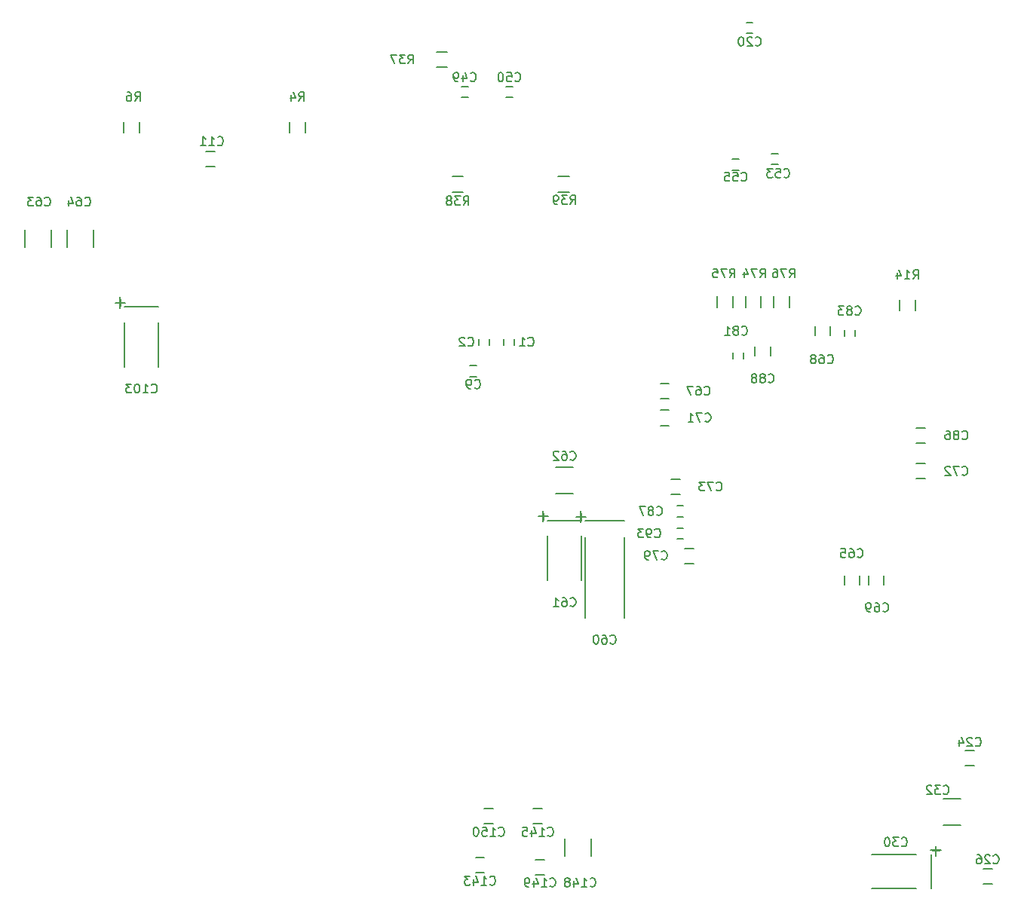
<source format=gbo>
G04 #@! TF.FileFunction,Legend,Bot*
%FSLAX46Y46*%
G04 Gerber Fmt 4.6, Leading zero omitted, Abs format (unit mm)*
G04 Created by KiCad (PCBNEW 4.0.2+dfsg1-stable) date sø. 02. april 2017 kl. 18.17 +0200*
%MOMM*%
G01*
G04 APERTURE LIST*
%ADD10C,0.100000*%
%ADD11C,0.150000*%
G04 APERTURE END LIST*
D10*
D11*
X95150000Y-73400000D02*
X95150000Y-74100000D01*
X96350000Y-74100000D02*
X96350000Y-73400000D01*
X92400000Y-73400000D02*
X92400000Y-74100000D01*
X93600000Y-74100000D02*
X93600000Y-73400000D01*
X92100000Y-76400000D02*
X91400000Y-76400000D01*
X91400000Y-77600000D02*
X92100000Y-77600000D01*
X61700000Y-52350000D02*
X62700000Y-52350000D01*
X62700000Y-54050000D02*
X61700000Y-54050000D01*
X123150000Y-37800000D02*
X122450000Y-37800000D01*
X122450000Y-39000000D02*
X123150000Y-39000000D01*
X148000000Y-121350000D02*
X147000000Y-121350000D01*
X147000000Y-119650000D02*
X148000000Y-119650000D01*
X150000000Y-134600000D02*
X149000000Y-134600000D01*
X149000000Y-132900000D02*
X150000000Y-132900000D01*
X146500000Y-127975000D02*
X144500000Y-127975000D01*
X144500000Y-125025000D02*
X146500000Y-125025000D01*
X91150000Y-45000000D02*
X90450000Y-45000000D01*
X90450000Y-46200000D02*
X91150000Y-46200000D01*
X95450000Y-46200000D02*
X96150000Y-46200000D01*
X96150000Y-45000000D02*
X95450000Y-45000000D01*
X125250000Y-53800000D02*
X125950000Y-53800000D01*
X125950000Y-52600000D02*
X125250000Y-52600000D01*
X120850000Y-54400000D02*
X121550000Y-54400000D01*
X121550000Y-53200000D02*
X120850000Y-53200000D01*
X104300360Y-93796660D02*
X108699640Y-93796660D01*
X108699640Y-95699120D02*
X108699640Y-104700880D01*
X104300360Y-104700880D02*
X104300360Y-95699120D01*
X103297060Y-93342000D02*
X104396880Y-93342000D01*
X103797440Y-92742560D02*
X103797440Y-93941440D01*
X100100080Y-93798840D02*
X103899920Y-93798840D01*
X100100080Y-100499360D02*
X100100080Y-95500640D01*
X103899920Y-100496820D02*
X103899920Y-95498100D01*
X99096780Y-93295920D02*
X100196600Y-93295920D01*
X99597160Y-92696480D02*
X99597160Y-93895360D01*
X101000000Y-87775000D02*
X103000000Y-87775000D01*
X103000000Y-90725000D02*
X101000000Y-90725000D01*
X44375000Y-61100000D02*
X44375000Y-63100000D01*
X41425000Y-63100000D02*
X41425000Y-61100000D01*
X49075000Y-61100000D02*
X49075000Y-63100000D01*
X46125000Y-63100000D02*
X46125000Y-61100000D01*
X133400000Y-101000000D02*
X133400000Y-100000000D01*
X135100000Y-100000000D02*
X135100000Y-101000000D01*
X112750000Y-78400000D02*
X113750000Y-78400000D01*
X113750000Y-80100000D02*
X112750000Y-80100000D01*
X131850000Y-72000000D02*
X131850000Y-73000000D01*
X130150000Y-73000000D02*
X130150000Y-72000000D01*
X136150000Y-101000000D02*
X136150000Y-100000000D01*
X137850000Y-100000000D02*
X137850000Y-101000000D01*
X112750000Y-81400000D02*
X113750000Y-81400000D01*
X113750000Y-83100000D02*
X112750000Y-83100000D01*
X142500000Y-89100000D02*
X141500000Y-89100000D01*
X141500000Y-87400000D02*
X142500000Y-87400000D01*
X114000000Y-89150000D02*
X115000000Y-89150000D01*
X115000000Y-90850000D02*
X114000000Y-90850000D01*
X115500000Y-96900000D02*
X116500000Y-96900000D01*
X116500000Y-98600000D02*
X115500000Y-98600000D01*
X122100000Y-75600000D02*
X122100000Y-74900000D01*
X120900000Y-74900000D02*
X120900000Y-75600000D01*
X134600000Y-73100000D02*
X134600000Y-72400000D01*
X133400000Y-72400000D02*
X133400000Y-73100000D01*
X142500000Y-85100000D02*
X141500000Y-85100000D01*
X141500000Y-83400000D02*
X142500000Y-83400000D01*
X115350000Y-92150000D02*
X114650000Y-92150000D01*
X114650000Y-93350000D02*
X115350000Y-93350000D01*
X125100000Y-74250000D02*
X125100000Y-75250000D01*
X123400000Y-75250000D02*
X123400000Y-74250000D01*
X115350000Y-94650000D02*
X114650000Y-94650000D01*
X114650000Y-95850000D02*
X115350000Y-95850000D01*
X52600080Y-69798840D02*
X56399920Y-69798840D01*
X52600080Y-76499360D02*
X52600080Y-71500640D01*
X56399920Y-76496820D02*
X56399920Y-71498100D01*
X51596780Y-69295920D02*
X52696600Y-69295920D01*
X52097160Y-68696480D02*
X52097160Y-69895360D01*
X92000000Y-131650000D02*
X93000000Y-131650000D01*
X93000000Y-133350000D02*
X92000000Y-133350000D01*
X99500000Y-127850000D02*
X98500000Y-127850000D01*
X98500000Y-126150000D02*
X99500000Y-126150000D01*
X104975000Y-129500000D02*
X104975000Y-131500000D01*
X102025000Y-131500000D02*
X102025000Y-129500000D01*
X98750000Y-131900000D02*
X99750000Y-131900000D01*
X99750000Y-133600000D02*
X98750000Y-133600000D01*
X93000000Y-126150000D02*
X94000000Y-126150000D01*
X94000000Y-127850000D02*
X93000000Y-127850000D01*
X71125000Y-49000000D02*
X71125000Y-50200000D01*
X72875000Y-50200000D02*
X72875000Y-49000000D01*
X52525000Y-49000000D02*
X52525000Y-50200000D01*
X54275000Y-50200000D02*
X54275000Y-49000000D01*
X139625000Y-69000000D02*
X139625000Y-70200000D01*
X141375000Y-70200000D02*
X141375000Y-69000000D01*
X88800000Y-41125000D02*
X87600000Y-41125000D01*
X87600000Y-42875000D02*
X88800000Y-42875000D01*
X90600000Y-55125000D02*
X89400000Y-55125000D01*
X89400000Y-56875000D02*
X90600000Y-56875000D01*
X102500000Y-55125000D02*
X101300000Y-55125000D01*
X101300000Y-56875000D02*
X102500000Y-56875000D01*
X143201160Y-131350080D02*
X143201160Y-135149920D01*
X136500640Y-131350080D02*
X141499360Y-131350080D01*
X136503180Y-135149920D02*
X141501900Y-135149920D01*
X143704080Y-130346780D02*
X143704080Y-131446600D01*
X144303520Y-130847160D02*
X143104640Y-130847160D01*
X124065000Y-69815000D02*
X124065000Y-68615000D01*
X122315000Y-68615000D02*
X122315000Y-69815000D01*
X120890000Y-69815000D02*
X120890000Y-68615000D01*
X119140000Y-68615000D02*
X119140000Y-69815000D01*
X127240000Y-69815000D02*
X127240000Y-68615000D01*
X125490000Y-68615000D02*
X125490000Y-69815000D01*
X97916666Y-74107143D02*
X97964285Y-74154762D01*
X98107142Y-74202381D01*
X98202380Y-74202381D01*
X98345238Y-74154762D01*
X98440476Y-74059524D01*
X98488095Y-73964286D01*
X98535714Y-73773810D01*
X98535714Y-73630952D01*
X98488095Y-73440476D01*
X98440476Y-73345238D01*
X98345238Y-73250000D01*
X98202380Y-73202381D01*
X98107142Y-73202381D01*
X97964285Y-73250000D01*
X97916666Y-73297619D01*
X96964285Y-74202381D02*
X97535714Y-74202381D01*
X97250000Y-74202381D02*
X97250000Y-73202381D01*
X97345238Y-73345238D01*
X97440476Y-73440476D01*
X97535714Y-73488095D01*
X91166666Y-74107143D02*
X91214285Y-74154762D01*
X91357142Y-74202381D01*
X91452380Y-74202381D01*
X91595238Y-74154762D01*
X91690476Y-74059524D01*
X91738095Y-73964286D01*
X91785714Y-73773810D01*
X91785714Y-73630952D01*
X91738095Y-73440476D01*
X91690476Y-73345238D01*
X91595238Y-73250000D01*
X91452380Y-73202381D01*
X91357142Y-73202381D01*
X91214285Y-73250000D01*
X91166666Y-73297619D01*
X90785714Y-73297619D02*
X90738095Y-73250000D01*
X90642857Y-73202381D01*
X90404761Y-73202381D01*
X90309523Y-73250000D01*
X90261904Y-73297619D01*
X90214285Y-73392857D01*
X90214285Y-73488095D01*
X90261904Y-73630952D01*
X90833333Y-74202381D01*
X90214285Y-74202381D01*
X91916666Y-78857143D02*
X91964285Y-78904762D01*
X92107142Y-78952381D01*
X92202380Y-78952381D01*
X92345238Y-78904762D01*
X92440476Y-78809524D01*
X92488095Y-78714286D01*
X92535714Y-78523810D01*
X92535714Y-78380952D01*
X92488095Y-78190476D01*
X92440476Y-78095238D01*
X92345238Y-78000000D01*
X92202380Y-77952381D01*
X92107142Y-77952381D01*
X91964285Y-78000000D01*
X91916666Y-78047619D01*
X91440476Y-78952381D02*
X91250000Y-78952381D01*
X91154761Y-78904762D01*
X91107142Y-78857143D01*
X91011904Y-78714286D01*
X90964285Y-78523810D01*
X90964285Y-78142857D01*
X91011904Y-78047619D01*
X91059523Y-78000000D01*
X91154761Y-77952381D01*
X91345238Y-77952381D01*
X91440476Y-78000000D01*
X91488095Y-78047619D01*
X91535714Y-78142857D01*
X91535714Y-78380952D01*
X91488095Y-78476190D01*
X91440476Y-78523810D01*
X91345238Y-78571429D01*
X91154761Y-78571429D01*
X91059523Y-78523810D01*
X91011904Y-78476190D01*
X90964285Y-78380952D01*
X63042857Y-51557143D02*
X63090476Y-51604762D01*
X63233333Y-51652381D01*
X63328571Y-51652381D01*
X63471429Y-51604762D01*
X63566667Y-51509524D01*
X63614286Y-51414286D01*
X63661905Y-51223810D01*
X63661905Y-51080952D01*
X63614286Y-50890476D01*
X63566667Y-50795238D01*
X63471429Y-50700000D01*
X63328571Y-50652381D01*
X63233333Y-50652381D01*
X63090476Y-50700000D01*
X63042857Y-50747619D01*
X62090476Y-51652381D02*
X62661905Y-51652381D01*
X62376191Y-51652381D02*
X62376191Y-50652381D01*
X62471429Y-50795238D01*
X62566667Y-50890476D01*
X62661905Y-50938095D01*
X61138095Y-51652381D02*
X61709524Y-51652381D01*
X61423810Y-51652381D02*
X61423810Y-50652381D01*
X61519048Y-50795238D01*
X61614286Y-50890476D01*
X61709524Y-50938095D01*
X123442857Y-40357143D02*
X123490476Y-40404762D01*
X123633333Y-40452381D01*
X123728571Y-40452381D01*
X123871429Y-40404762D01*
X123966667Y-40309524D01*
X124014286Y-40214286D01*
X124061905Y-40023810D01*
X124061905Y-39880952D01*
X124014286Y-39690476D01*
X123966667Y-39595238D01*
X123871429Y-39500000D01*
X123728571Y-39452381D01*
X123633333Y-39452381D01*
X123490476Y-39500000D01*
X123442857Y-39547619D01*
X123061905Y-39547619D02*
X123014286Y-39500000D01*
X122919048Y-39452381D01*
X122680952Y-39452381D01*
X122585714Y-39500000D01*
X122538095Y-39547619D01*
X122490476Y-39642857D01*
X122490476Y-39738095D01*
X122538095Y-39880952D01*
X123109524Y-40452381D01*
X122490476Y-40452381D01*
X121871429Y-39452381D02*
X121776190Y-39452381D01*
X121680952Y-39500000D01*
X121633333Y-39547619D01*
X121585714Y-39642857D01*
X121538095Y-39833333D01*
X121538095Y-40071429D01*
X121585714Y-40261905D01*
X121633333Y-40357143D01*
X121680952Y-40404762D01*
X121776190Y-40452381D01*
X121871429Y-40452381D01*
X121966667Y-40404762D01*
X122014286Y-40357143D01*
X122061905Y-40261905D01*
X122109524Y-40071429D01*
X122109524Y-39833333D01*
X122061905Y-39642857D01*
X122014286Y-39547619D01*
X121966667Y-39500000D01*
X121871429Y-39452381D01*
X148142857Y-119057143D02*
X148190476Y-119104762D01*
X148333333Y-119152381D01*
X148428571Y-119152381D01*
X148571429Y-119104762D01*
X148666667Y-119009524D01*
X148714286Y-118914286D01*
X148761905Y-118723810D01*
X148761905Y-118580952D01*
X148714286Y-118390476D01*
X148666667Y-118295238D01*
X148571429Y-118200000D01*
X148428571Y-118152381D01*
X148333333Y-118152381D01*
X148190476Y-118200000D01*
X148142857Y-118247619D01*
X147761905Y-118247619D02*
X147714286Y-118200000D01*
X147619048Y-118152381D01*
X147380952Y-118152381D01*
X147285714Y-118200000D01*
X147238095Y-118247619D01*
X147190476Y-118342857D01*
X147190476Y-118438095D01*
X147238095Y-118580952D01*
X147809524Y-119152381D01*
X147190476Y-119152381D01*
X146333333Y-118485714D02*
X146333333Y-119152381D01*
X146571429Y-118104762D02*
X146809524Y-118819048D01*
X146190476Y-118819048D01*
X150142857Y-132257143D02*
X150190476Y-132304762D01*
X150333333Y-132352381D01*
X150428571Y-132352381D01*
X150571429Y-132304762D01*
X150666667Y-132209524D01*
X150714286Y-132114286D01*
X150761905Y-131923810D01*
X150761905Y-131780952D01*
X150714286Y-131590476D01*
X150666667Y-131495238D01*
X150571429Y-131400000D01*
X150428571Y-131352381D01*
X150333333Y-131352381D01*
X150190476Y-131400000D01*
X150142857Y-131447619D01*
X149761905Y-131447619D02*
X149714286Y-131400000D01*
X149619048Y-131352381D01*
X149380952Y-131352381D01*
X149285714Y-131400000D01*
X149238095Y-131447619D01*
X149190476Y-131542857D01*
X149190476Y-131638095D01*
X149238095Y-131780952D01*
X149809524Y-132352381D01*
X149190476Y-132352381D01*
X148333333Y-131352381D02*
X148523810Y-131352381D01*
X148619048Y-131400000D01*
X148666667Y-131447619D01*
X148761905Y-131590476D01*
X148809524Y-131780952D01*
X148809524Y-132161905D01*
X148761905Y-132257143D01*
X148714286Y-132304762D01*
X148619048Y-132352381D01*
X148428571Y-132352381D01*
X148333333Y-132304762D01*
X148285714Y-132257143D01*
X148238095Y-132161905D01*
X148238095Y-131923810D01*
X148285714Y-131828571D01*
X148333333Y-131780952D01*
X148428571Y-131733333D01*
X148619048Y-131733333D01*
X148714286Y-131780952D01*
X148761905Y-131828571D01*
X148809524Y-131923810D01*
X144542857Y-124457143D02*
X144590476Y-124504762D01*
X144733333Y-124552381D01*
X144828571Y-124552381D01*
X144971429Y-124504762D01*
X145066667Y-124409524D01*
X145114286Y-124314286D01*
X145161905Y-124123810D01*
X145161905Y-123980952D01*
X145114286Y-123790476D01*
X145066667Y-123695238D01*
X144971429Y-123600000D01*
X144828571Y-123552381D01*
X144733333Y-123552381D01*
X144590476Y-123600000D01*
X144542857Y-123647619D01*
X144209524Y-123552381D02*
X143590476Y-123552381D01*
X143923810Y-123933333D01*
X143780952Y-123933333D01*
X143685714Y-123980952D01*
X143638095Y-124028571D01*
X143590476Y-124123810D01*
X143590476Y-124361905D01*
X143638095Y-124457143D01*
X143685714Y-124504762D01*
X143780952Y-124552381D01*
X144066667Y-124552381D01*
X144161905Y-124504762D01*
X144209524Y-124457143D01*
X143209524Y-123647619D02*
X143161905Y-123600000D01*
X143066667Y-123552381D01*
X142828571Y-123552381D01*
X142733333Y-123600000D01*
X142685714Y-123647619D01*
X142638095Y-123742857D01*
X142638095Y-123838095D01*
X142685714Y-123980952D01*
X143257143Y-124552381D01*
X142638095Y-124552381D01*
X91442857Y-44357143D02*
X91490476Y-44404762D01*
X91633333Y-44452381D01*
X91728571Y-44452381D01*
X91871429Y-44404762D01*
X91966667Y-44309524D01*
X92014286Y-44214286D01*
X92061905Y-44023810D01*
X92061905Y-43880952D01*
X92014286Y-43690476D01*
X91966667Y-43595238D01*
X91871429Y-43500000D01*
X91728571Y-43452381D01*
X91633333Y-43452381D01*
X91490476Y-43500000D01*
X91442857Y-43547619D01*
X90585714Y-43785714D02*
X90585714Y-44452381D01*
X90823810Y-43404762D02*
X91061905Y-44119048D01*
X90442857Y-44119048D01*
X90014286Y-44452381D02*
X89823810Y-44452381D01*
X89728571Y-44404762D01*
X89680952Y-44357143D01*
X89585714Y-44214286D01*
X89538095Y-44023810D01*
X89538095Y-43642857D01*
X89585714Y-43547619D01*
X89633333Y-43500000D01*
X89728571Y-43452381D01*
X89919048Y-43452381D01*
X90014286Y-43500000D01*
X90061905Y-43547619D01*
X90109524Y-43642857D01*
X90109524Y-43880952D01*
X90061905Y-43976190D01*
X90014286Y-44023810D01*
X89919048Y-44071429D01*
X89728571Y-44071429D01*
X89633333Y-44023810D01*
X89585714Y-43976190D01*
X89538095Y-43880952D01*
X96442857Y-44357143D02*
X96490476Y-44404762D01*
X96633333Y-44452381D01*
X96728571Y-44452381D01*
X96871429Y-44404762D01*
X96966667Y-44309524D01*
X97014286Y-44214286D01*
X97061905Y-44023810D01*
X97061905Y-43880952D01*
X97014286Y-43690476D01*
X96966667Y-43595238D01*
X96871429Y-43500000D01*
X96728571Y-43452381D01*
X96633333Y-43452381D01*
X96490476Y-43500000D01*
X96442857Y-43547619D01*
X95538095Y-43452381D02*
X96014286Y-43452381D01*
X96061905Y-43928571D01*
X96014286Y-43880952D01*
X95919048Y-43833333D01*
X95680952Y-43833333D01*
X95585714Y-43880952D01*
X95538095Y-43928571D01*
X95490476Y-44023810D01*
X95490476Y-44261905D01*
X95538095Y-44357143D01*
X95585714Y-44404762D01*
X95680952Y-44452381D01*
X95919048Y-44452381D01*
X96014286Y-44404762D01*
X96061905Y-44357143D01*
X94871429Y-43452381D02*
X94776190Y-43452381D01*
X94680952Y-43500000D01*
X94633333Y-43547619D01*
X94585714Y-43642857D01*
X94538095Y-43833333D01*
X94538095Y-44071429D01*
X94585714Y-44261905D01*
X94633333Y-44357143D01*
X94680952Y-44404762D01*
X94776190Y-44452381D01*
X94871429Y-44452381D01*
X94966667Y-44404762D01*
X95014286Y-44357143D01*
X95061905Y-44261905D01*
X95109524Y-44071429D01*
X95109524Y-43833333D01*
X95061905Y-43642857D01*
X95014286Y-43547619D01*
X94966667Y-43500000D01*
X94871429Y-43452381D01*
X126642857Y-55157143D02*
X126690476Y-55204762D01*
X126833333Y-55252381D01*
X126928571Y-55252381D01*
X127071429Y-55204762D01*
X127166667Y-55109524D01*
X127214286Y-55014286D01*
X127261905Y-54823810D01*
X127261905Y-54680952D01*
X127214286Y-54490476D01*
X127166667Y-54395238D01*
X127071429Y-54300000D01*
X126928571Y-54252381D01*
X126833333Y-54252381D01*
X126690476Y-54300000D01*
X126642857Y-54347619D01*
X125738095Y-54252381D02*
X126214286Y-54252381D01*
X126261905Y-54728571D01*
X126214286Y-54680952D01*
X126119048Y-54633333D01*
X125880952Y-54633333D01*
X125785714Y-54680952D01*
X125738095Y-54728571D01*
X125690476Y-54823810D01*
X125690476Y-55061905D01*
X125738095Y-55157143D01*
X125785714Y-55204762D01*
X125880952Y-55252381D01*
X126119048Y-55252381D01*
X126214286Y-55204762D01*
X126261905Y-55157143D01*
X125357143Y-54252381D02*
X124738095Y-54252381D01*
X125071429Y-54633333D01*
X124928571Y-54633333D01*
X124833333Y-54680952D01*
X124785714Y-54728571D01*
X124738095Y-54823810D01*
X124738095Y-55061905D01*
X124785714Y-55157143D01*
X124833333Y-55204762D01*
X124928571Y-55252381D01*
X125214286Y-55252381D01*
X125309524Y-55204762D01*
X125357143Y-55157143D01*
X121842857Y-55557143D02*
X121890476Y-55604762D01*
X122033333Y-55652381D01*
X122128571Y-55652381D01*
X122271429Y-55604762D01*
X122366667Y-55509524D01*
X122414286Y-55414286D01*
X122461905Y-55223810D01*
X122461905Y-55080952D01*
X122414286Y-54890476D01*
X122366667Y-54795238D01*
X122271429Y-54700000D01*
X122128571Y-54652381D01*
X122033333Y-54652381D01*
X121890476Y-54700000D01*
X121842857Y-54747619D01*
X120938095Y-54652381D02*
X121414286Y-54652381D01*
X121461905Y-55128571D01*
X121414286Y-55080952D01*
X121319048Y-55033333D01*
X121080952Y-55033333D01*
X120985714Y-55080952D01*
X120938095Y-55128571D01*
X120890476Y-55223810D01*
X120890476Y-55461905D01*
X120938095Y-55557143D01*
X120985714Y-55604762D01*
X121080952Y-55652381D01*
X121319048Y-55652381D01*
X121414286Y-55604762D01*
X121461905Y-55557143D01*
X119985714Y-54652381D02*
X120461905Y-54652381D01*
X120509524Y-55128571D01*
X120461905Y-55080952D01*
X120366667Y-55033333D01*
X120128571Y-55033333D01*
X120033333Y-55080952D01*
X119985714Y-55128571D01*
X119938095Y-55223810D01*
X119938095Y-55461905D01*
X119985714Y-55557143D01*
X120033333Y-55604762D01*
X120128571Y-55652381D01*
X120366667Y-55652381D01*
X120461905Y-55604762D01*
X120509524Y-55557143D01*
X107142857Y-107557143D02*
X107190476Y-107604762D01*
X107333333Y-107652381D01*
X107428571Y-107652381D01*
X107571429Y-107604762D01*
X107666667Y-107509524D01*
X107714286Y-107414286D01*
X107761905Y-107223810D01*
X107761905Y-107080952D01*
X107714286Y-106890476D01*
X107666667Y-106795238D01*
X107571429Y-106700000D01*
X107428571Y-106652381D01*
X107333333Y-106652381D01*
X107190476Y-106700000D01*
X107142857Y-106747619D01*
X106285714Y-106652381D02*
X106476191Y-106652381D01*
X106571429Y-106700000D01*
X106619048Y-106747619D01*
X106714286Y-106890476D01*
X106761905Y-107080952D01*
X106761905Y-107461905D01*
X106714286Y-107557143D01*
X106666667Y-107604762D01*
X106571429Y-107652381D01*
X106380952Y-107652381D01*
X106285714Y-107604762D01*
X106238095Y-107557143D01*
X106190476Y-107461905D01*
X106190476Y-107223810D01*
X106238095Y-107128571D01*
X106285714Y-107080952D01*
X106380952Y-107033333D01*
X106571429Y-107033333D01*
X106666667Y-107080952D01*
X106714286Y-107128571D01*
X106761905Y-107223810D01*
X105571429Y-106652381D02*
X105476190Y-106652381D01*
X105380952Y-106700000D01*
X105333333Y-106747619D01*
X105285714Y-106842857D01*
X105238095Y-107033333D01*
X105238095Y-107271429D01*
X105285714Y-107461905D01*
X105333333Y-107557143D01*
X105380952Y-107604762D01*
X105476190Y-107652381D01*
X105571429Y-107652381D01*
X105666667Y-107604762D01*
X105714286Y-107557143D01*
X105761905Y-107461905D01*
X105809524Y-107271429D01*
X105809524Y-107033333D01*
X105761905Y-106842857D01*
X105714286Y-106747619D01*
X105666667Y-106700000D01*
X105571429Y-106652381D01*
X103871409Y-92963588D02*
X103871409Y-93725493D01*
X104252361Y-93344541D02*
X103490456Y-93344541D01*
X102642857Y-103357143D02*
X102690476Y-103404762D01*
X102833333Y-103452381D01*
X102928571Y-103452381D01*
X103071429Y-103404762D01*
X103166667Y-103309524D01*
X103214286Y-103214286D01*
X103261905Y-103023810D01*
X103261905Y-102880952D01*
X103214286Y-102690476D01*
X103166667Y-102595238D01*
X103071429Y-102500000D01*
X102928571Y-102452381D01*
X102833333Y-102452381D01*
X102690476Y-102500000D01*
X102642857Y-102547619D01*
X101785714Y-102452381D02*
X101976191Y-102452381D01*
X102071429Y-102500000D01*
X102119048Y-102547619D01*
X102214286Y-102690476D01*
X102261905Y-102880952D01*
X102261905Y-103261905D01*
X102214286Y-103357143D01*
X102166667Y-103404762D01*
X102071429Y-103452381D01*
X101880952Y-103452381D01*
X101785714Y-103404762D01*
X101738095Y-103357143D01*
X101690476Y-103261905D01*
X101690476Y-103023810D01*
X101738095Y-102928571D01*
X101785714Y-102880952D01*
X101880952Y-102833333D01*
X102071429Y-102833333D01*
X102166667Y-102880952D01*
X102214286Y-102928571D01*
X102261905Y-103023810D01*
X100738095Y-103452381D02*
X101309524Y-103452381D01*
X101023810Y-103452381D02*
X101023810Y-102452381D01*
X101119048Y-102595238D01*
X101214286Y-102690476D01*
X101309524Y-102738095D01*
X99671129Y-92917508D02*
X99671129Y-93679413D01*
X100052081Y-93298461D02*
X99290176Y-93298461D01*
X102642857Y-86907143D02*
X102690476Y-86954762D01*
X102833333Y-87002381D01*
X102928571Y-87002381D01*
X103071429Y-86954762D01*
X103166667Y-86859524D01*
X103214286Y-86764286D01*
X103261905Y-86573810D01*
X103261905Y-86430952D01*
X103214286Y-86240476D01*
X103166667Y-86145238D01*
X103071429Y-86050000D01*
X102928571Y-86002381D01*
X102833333Y-86002381D01*
X102690476Y-86050000D01*
X102642857Y-86097619D01*
X101785714Y-86002381D02*
X101976191Y-86002381D01*
X102071429Y-86050000D01*
X102119048Y-86097619D01*
X102214286Y-86240476D01*
X102261905Y-86430952D01*
X102261905Y-86811905D01*
X102214286Y-86907143D01*
X102166667Y-86954762D01*
X102071429Y-87002381D01*
X101880952Y-87002381D01*
X101785714Y-86954762D01*
X101738095Y-86907143D01*
X101690476Y-86811905D01*
X101690476Y-86573810D01*
X101738095Y-86478571D01*
X101785714Y-86430952D01*
X101880952Y-86383333D01*
X102071429Y-86383333D01*
X102166667Y-86430952D01*
X102214286Y-86478571D01*
X102261905Y-86573810D01*
X101309524Y-86097619D02*
X101261905Y-86050000D01*
X101166667Y-86002381D01*
X100928571Y-86002381D01*
X100833333Y-86050000D01*
X100785714Y-86097619D01*
X100738095Y-86192857D01*
X100738095Y-86288095D01*
X100785714Y-86430952D01*
X101357143Y-87002381D01*
X100738095Y-87002381D01*
X43642857Y-58357143D02*
X43690476Y-58404762D01*
X43833333Y-58452381D01*
X43928571Y-58452381D01*
X44071429Y-58404762D01*
X44166667Y-58309524D01*
X44214286Y-58214286D01*
X44261905Y-58023810D01*
X44261905Y-57880952D01*
X44214286Y-57690476D01*
X44166667Y-57595238D01*
X44071429Y-57500000D01*
X43928571Y-57452381D01*
X43833333Y-57452381D01*
X43690476Y-57500000D01*
X43642857Y-57547619D01*
X42785714Y-57452381D02*
X42976191Y-57452381D01*
X43071429Y-57500000D01*
X43119048Y-57547619D01*
X43214286Y-57690476D01*
X43261905Y-57880952D01*
X43261905Y-58261905D01*
X43214286Y-58357143D01*
X43166667Y-58404762D01*
X43071429Y-58452381D01*
X42880952Y-58452381D01*
X42785714Y-58404762D01*
X42738095Y-58357143D01*
X42690476Y-58261905D01*
X42690476Y-58023810D01*
X42738095Y-57928571D01*
X42785714Y-57880952D01*
X42880952Y-57833333D01*
X43071429Y-57833333D01*
X43166667Y-57880952D01*
X43214286Y-57928571D01*
X43261905Y-58023810D01*
X42357143Y-57452381D02*
X41738095Y-57452381D01*
X42071429Y-57833333D01*
X41928571Y-57833333D01*
X41833333Y-57880952D01*
X41785714Y-57928571D01*
X41738095Y-58023810D01*
X41738095Y-58261905D01*
X41785714Y-58357143D01*
X41833333Y-58404762D01*
X41928571Y-58452381D01*
X42214286Y-58452381D01*
X42309524Y-58404762D01*
X42357143Y-58357143D01*
X48142857Y-58357143D02*
X48190476Y-58404762D01*
X48333333Y-58452381D01*
X48428571Y-58452381D01*
X48571429Y-58404762D01*
X48666667Y-58309524D01*
X48714286Y-58214286D01*
X48761905Y-58023810D01*
X48761905Y-57880952D01*
X48714286Y-57690476D01*
X48666667Y-57595238D01*
X48571429Y-57500000D01*
X48428571Y-57452381D01*
X48333333Y-57452381D01*
X48190476Y-57500000D01*
X48142857Y-57547619D01*
X47285714Y-57452381D02*
X47476191Y-57452381D01*
X47571429Y-57500000D01*
X47619048Y-57547619D01*
X47714286Y-57690476D01*
X47761905Y-57880952D01*
X47761905Y-58261905D01*
X47714286Y-58357143D01*
X47666667Y-58404762D01*
X47571429Y-58452381D01*
X47380952Y-58452381D01*
X47285714Y-58404762D01*
X47238095Y-58357143D01*
X47190476Y-58261905D01*
X47190476Y-58023810D01*
X47238095Y-57928571D01*
X47285714Y-57880952D01*
X47380952Y-57833333D01*
X47571429Y-57833333D01*
X47666667Y-57880952D01*
X47714286Y-57928571D01*
X47761905Y-58023810D01*
X46333333Y-57785714D02*
X46333333Y-58452381D01*
X46571429Y-57404762D02*
X46809524Y-58119048D01*
X46190476Y-58119048D01*
X134892857Y-97857143D02*
X134940476Y-97904762D01*
X135083333Y-97952381D01*
X135178571Y-97952381D01*
X135321429Y-97904762D01*
X135416667Y-97809524D01*
X135464286Y-97714286D01*
X135511905Y-97523810D01*
X135511905Y-97380952D01*
X135464286Y-97190476D01*
X135416667Y-97095238D01*
X135321429Y-97000000D01*
X135178571Y-96952381D01*
X135083333Y-96952381D01*
X134940476Y-97000000D01*
X134892857Y-97047619D01*
X134035714Y-96952381D02*
X134226191Y-96952381D01*
X134321429Y-97000000D01*
X134369048Y-97047619D01*
X134464286Y-97190476D01*
X134511905Y-97380952D01*
X134511905Y-97761905D01*
X134464286Y-97857143D01*
X134416667Y-97904762D01*
X134321429Y-97952381D01*
X134130952Y-97952381D01*
X134035714Y-97904762D01*
X133988095Y-97857143D01*
X133940476Y-97761905D01*
X133940476Y-97523810D01*
X133988095Y-97428571D01*
X134035714Y-97380952D01*
X134130952Y-97333333D01*
X134321429Y-97333333D01*
X134416667Y-97380952D01*
X134464286Y-97428571D01*
X134511905Y-97523810D01*
X133035714Y-96952381D02*
X133511905Y-96952381D01*
X133559524Y-97428571D01*
X133511905Y-97380952D01*
X133416667Y-97333333D01*
X133178571Y-97333333D01*
X133083333Y-97380952D01*
X133035714Y-97428571D01*
X132988095Y-97523810D01*
X132988095Y-97761905D01*
X133035714Y-97857143D01*
X133083333Y-97904762D01*
X133178571Y-97952381D01*
X133416667Y-97952381D01*
X133511905Y-97904762D01*
X133559524Y-97857143D01*
X117692857Y-79607143D02*
X117740476Y-79654762D01*
X117883333Y-79702381D01*
X117978571Y-79702381D01*
X118121429Y-79654762D01*
X118216667Y-79559524D01*
X118264286Y-79464286D01*
X118311905Y-79273810D01*
X118311905Y-79130952D01*
X118264286Y-78940476D01*
X118216667Y-78845238D01*
X118121429Y-78750000D01*
X117978571Y-78702381D01*
X117883333Y-78702381D01*
X117740476Y-78750000D01*
X117692857Y-78797619D01*
X116835714Y-78702381D02*
X117026191Y-78702381D01*
X117121429Y-78750000D01*
X117169048Y-78797619D01*
X117264286Y-78940476D01*
X117311905Y-79130952D01*
X117311905Y-79511905D01*
X117264286Y-79607143D01*
X117216667Y-79654762D01*
X117121429Y-79702381D01*
X116930952Y-79702381D01*
X116835714Y-79654762D01*
X116788095Y-79607143D01*
X116740476Y-79511905D01*
X116740476Y-79273810D01*
X116788095Y-79178571D01*
X116835714Y-79130952D01*
X116930952Y-79083333D01*
X117121429Y-79083333D01*
X117216667Y-79130952D01*
X117264286Y-79178571D01*
X117311905Y-79273810D01*
X116407143Y-78702381D02*
X115740476Y-78702381D01*
X116169048Y-79702381D01*
X131542857Y-76057143D02*
X131590476Y-76104762D01*
X131733333Y-76152381D01*
X131828571Y-76152381D01*
X131971429Y-76104762D01*
X132066667Y-76009524D01*
X132114286Y-75914286D01*
X132161905Y-75723810D01*
X132161905Y-75580952D01*
X132114286Y-75390476D01*
X132066667Y-75295238D01*
X131971429Y-75200000D01*
X131828571Y-75152381D01*
X131733333Y-75152381D01*
X131590476Y-75200000D01*
X131542857Y-75247619D01*
X130685714Y-75152381D02*
X130876191Y-75152381D01*
X130971429Y-75200000D01*
X131019048Y-75247619D01*
X131114286Y-75390476D01*
X131161905Y-75580952D01*
X131161905Y-75961905D01*
X131114286Y-76057143D01*
X131066667Y-76104762D01*
X130971429Y-76152381D01*
X130780952Y-76152381D01*
X130685714Y-76104762D01*
X130638095Y-76057143D01*
X130590476Y-75961905D01*
X130590476Y-75723810D01*
X130638095Y-75628571D01*
X130685714Y-75580952D01*
X130780952Y-75533333D01*
X130971429Y-75533333D01*
X131066667Y-75580952D01*
X131114286Y-75628571D01*
X131161905Y-75723810D01*
X130019048Y-75580952D02*
X130114286Y-75533333D01*
X130161905Y-75485714D01*
X130209524Y-75390476D01*
X130209524Y-75342857D01*
X130161905Y-75247619D01*
X130114286Y-75200000D01*
X130019048Y-75152381D01*
X129828571Y-75152381D01*
X129733333Y-75200000D01*
X129685714Y-75247619D01*
X129638095Y-75342857D01*
X129638095Y-75390476D01*
X129685714Y-75485714D01*
X129733333Y-75533333D01*
X129828571Y-75580952D01*
X130019048Y-75580952D01*
X130114286Y-75628571D01*
X130161905Y-75676190D01*
X130209524Y-75771429D01*
X130209524Y-75961905D01*
X130161905Y-76057143D01*
X130114286Y-76104762D01*
X130019048Y-76152381D01*
X129828571Y-76152381D01*
X129733333Y-76104762D01*
X129685714Y-76057143D01*
X129638095Y-75961905D01*
X129638095Y-75771429D01*
X129685714Y-75676190D01*
X129733333Y-75628571D01*
X129828571Y-75580952D01*
X137742857Y-103957143D02*
X137790476Y-104004762D01*
X137933333Y-104052381D01*
X138028571Y-104052381D01*
X138171429Y-104004762D01*
X138266667Y-103909524D01*
X138314286Y-103814286D01*
X138361905Y-103623810D01*
X138361905Y-103480952D01*
X138314286Y-103290476D01*
X138266667Y-103195238D01*
X138171429Y-103100000D01*
X138028571Y-103052381D01*
X137933333Y-103052381D01*
X137790476Y-103100000D01*
X137742857Y-103147619D01*
X136885714Y-103052381D02*
X137076191Y-103052381D01*
X137171429Y-103100000D01*
X137219048Y-103147619D01*
X137314286Y-103290476D01*
X137361905Y-103480952D01*
X137361905Y-103861905D01*
X137314286Y-103957143D01*
X137266667Y-104004762D01*
X137171429Y-104052381D01*
X136980952Y-104052381D01*
X136885714Y-104004762D01*
X136838095Y-103957143D01*
X136790476Y-103861905D01*
X136790476Y-103623810D01*
X136838095Y-103528571D01*
X136885714Y-103480952D01*
X136980952Y-103433333D01*
X137171429Y-103433333D01*
X137266667Y-103480952D01*
X137314286Y-103528571D01*
X137361905Y-103623810D01*
X136314286Y-104052381D02*
X136123810Y-104052381D01*
X136028571Y-104004762D01*
X135980952Y-103957143D01*
X135885714Y-103814286D01*
X135838095Y-103623810D01*
X135838095Y-103242857D01*
X135885714Y-103147619D01*
X135933333Y-103100000D01*
X136028571Y-103052381D01*
X136219048Y-103052381D01*
X136314286Y-103100000D01*
X136361905Y-103147619D01*
X136409524Y-103242857D01*
X136409524Y-103480952D01*
X136361905Y-103576190D01*
X136314286Y-103623810D01*
X136219048Y-103671429D01*
X136028571Y-103671429D01*
X135933333Y-103623810D01*
X135885714Y-103576190D01*
X135838095Y-103480952D01*
X117792857Y-82607143D02*
X117840476Y-82654762D01*
X117983333Y-82702381D01*
X118078571Y-82702381D01*
X118221429Y-82654762D01*
X118316667Y-82559524D01*
X118364286Y-82464286D01*
X118411905Y-82273810D01*
X118411905Y-82130952D01*
X118364286Y-81940476D01*
X118316667Y-81845238D01*
X118221429Y-81750000D01*
X118078571Y-81702381D01*
X117983333Y-81702381D01*
X117840476Y-81750000D01*
X117792857Y-81797619D01*
X117459524Y-81702381D02*
X116792857Y-81702381D01*
X117221429Y-82702381D01*
X115888095Y-82702381D02*
X116459524Y-82702381D01*
X116173810Y-82702381D02*
X116173810Y-81702381D01*
X116269048Y-81845238D01*
X116364286Y-81940476D01*
X116459524Y-81988095D01*
X146642857Y-88607143D02*
X146690476Y-88654762D01*
X146833333Y-88702381D01*
X146928571Y-88702381D01*
X147071429Y-88654762D01*
X147166667Y-88559524D01*
X147214286Y-88464286D01*
X147261905Y-88273810D01*
X147261905Y-88130952D01*
X147214286Y-87940476D01*
X147166667Y-87845238D01*
X147071429Y-87750000D01*
X146928571Y-87702381D01*
X146833333Y-87702381D01*
X146690476Y-87750000D01*
X146642857Y-87797619D01*
X146309524Y-87702381D02*
X145642857Y-87702381D01*
X146071429Y-88702381D01*
X145309524Y-87797619D02*
X145261905Y-87750000D01*
X145166667Y-87702381D01*
X144928571Y-87702381D01*
X144833333Y-87750000D01*
X144785714Y-87797619D01*
X144738095Y-87892857D01*
X144738095Y-87988095D01*
X144785714Y-88130952D01*
X145357143Y-88702381D01*
X144738095Y-88702381D01*
X119042857Y-90357143D02*
X119090476Y-90404762D01*
X119233333Y-90452381D01*
X119328571Y-90452381D01*
X119471429Y-90404762D01*
X119566667Y-90309524D01*
X119614286Y-90214286D01*
X119661905Y-90023810D01*
X119661905Y-89880952D01*
X119614286Y-89690476D01*
X119566667Y-89595238D01*
X119471429Y-89500000D01*
X119328571Y-89452381D01*
X119233333Y-89452381D01*
X119090476Y-89500000D01*
X119042857Y-89547619D01*
X118709524Y-89452381D02*
X118042857Y-89452381D01*
X118471429Y-90452381D01*
X117757143Y-89452381D02*
X117138095Y-89452381D01*
X117471429Y-89833333D01*
X117328571Y-89833333D01*
X117233333Y-89880952D01*
X117185714Y-89928571D01*
X117138095Y-90023810D01*
X117138095Y-90261905D01*
X117185714Y-90357143D01*
X117233333Y-90404762D01*
X117328571Y-90452381D01*
X117614286Y-90452381D01*
X117709524Y-90404762D01*
X117757143Y-90357143D01*
X112892857Y-98107143D02*
X112940476Y-98154762D01*
X113083333Y-98202381D01*
X113178571Y-98202381D01*
X113321429Y-98154762D01*
X113416667Y-98059524D01*
X113464286Y-97964286D01*
X113511905Y-97773810D01*
X113511905Y-97630952D01*
X113464286Y-97440476D01*
X113416667Y-97345238D01*
X113321429Y-97250000D01*
X113178571Y-97202381D01*
X113083333Y-97202381D01*
X112940476Y-97250000D01*
X112892857Y-97297619D01*
X112559524Y-97202381D02*
X111892857Y-97202381D01*
X112321429Y-98202381D01*
X111464286Y-98202381D02*
X111273810Y-98202381D01*
X111178571Y-98154762D01*
X111130952Y-98107143D01*
X111035714Y-97964286D01*
X110988095Y-97773810D01*
X110988095Y-97392857D01*
X111035714Y-97297619D01*
X111083333Y-97250000D01*
X111178571Y-97202381D01*
X111369048Y-97202381D01*
X111464286Y-97250000D01*
X111511905Y-97297619D01*
X111559524Y-97392857D01*
X111559524Y-97630952D01*
X111511905Y-97726190D01*
X111464286Y-97773810D01*
X111369048Y-97821429D01*
X111178571Y-97821429D01*
X111083333Y-97773810D01*
X111035714Y-97726190D01*
X110988095Y-97630952D01*
X121892857Y-72857143D02*
X121940476Y-72904762D01*
X122083333Y-72952381D01*
X122178571Y-72952381D01*
X122321429Y-72904762D01*
X122416667Y-72809524D01*
X122464286Y-72714286D01*
X122511905Y-72523810D01*
X122511905Y-72380952D01*
X122464286Y-72190476D01*
X122416667Y-72095238D01*
X122321429Y-72000000D01*
X122178571Y-71952381D01*
X122083333Y-71952381D01*
X121940476Y-72000000D01*
X121892857Y-72047619D01*
X121321429Y-72380952D02*
X121416667Y-72333333D01*
X121464286Y-72285714D01*
X121511905Y-72190476D01*
X121511905Y-72142857D01*
X121464286Y-72047619D01*
X121416667Y-72000000D01*
X121321429Y-71952381D01*
X121130952Y-71952381D01*
X121035714Y-72000000D01*
X120988095Y-72047619D01*
X120940476Y-72142857D01*
X120940476Y-72190476D01*
X120988095Y-72285714D01*
X121035714Y-72333333D01*
X121130952Y-72380952D01*
X121321429Y-72380952D01*
X121416667Y-72428571D01*
X121464286Y-72476190D01*
X121511905Y-72571429D01*
X121511905Y-72761905D01*
X121464286Y-72857143D01*
X121416667Y-72904762D01*
X121321429Y-72952381D01*
X121130952Y-72952381D01*
X121035714Y-72904762D01*
X120988095Y-72857143D01*
X120940476Y-72761905D01*
X120940476Y-72571429D01*
X120988095Y-72476190D01*
X121035714Y-72428571D01*
X121130952Y-72380952D01*
X119988095Y-72952381D02*
X120559524Y-72952381D01*
X120273810Y-72952381D02*
X120273810Y-71952381D01*
X120369048Y-72095238D01*
X120464286Y-72190476D01*
X120559524Y-72238095D01*
X134642857Y-70607143D02*
X134690476Y-70654762D01*
X134833333Y-70702381D01*
X134928571Y-70702381D01*
X135071429Y-70654762D01*
X135166667Y-70559524D01*
X135214286Y-70464286D01*
X135261905Y-70273810D01*
X135261905Y-70130952D01*
X135214286Y-69940476D01*
X135166667Y-69845238D01*
X135071429Y-69750000D01*
X134928571Y-69702381D01*
X134833333Y-69702381D01*
X134690476Y-69750000D01*
X134642857Y-69797619D01*
X134071429Y-70130952D02*
X134166667Y-70083333D01*
X134214286Y-70035714D01*
X134261905Y-69940476D01*
X134261905Y-69892857D01*
X134214286Y-69797619D01*
X134166667Y-69750000D01*
X134071429Y-69702381D01*
X133880952Y-69702381D01*
X133785714Y-69750000D01*
X133738095Y-69797619D01*
X133690476Y-69892857D01*
X133690476Y-69940476D01*
X133738095Y-70035714D01*
X133785714Y-70083333D01*
X133880952Y-70130952D01*
X134071429Y-70130952D01*
X134166667Y-70178571D01*
X134214286Y-70226190D01*
X134261905Y-70321429D01*
X134261905Y-70511905D01*
X134214286Y-70607143D01*
X134166667Y-70654762D01*
X134071429Y-70702381D01*
X133880952Y-70702381D01*
X133785714Y-70654762D01*
X133738095Y-70607143D01*
X133690476Y-70511905D01*
X133690476Y-70321429D01*
X133738095Y-70226190D01*
X133785714Y-70178571D01*
X133880952Y-70130952D01*
X133357143Y-69702381D02*
X132738095Y-69702381D01*
X133071429Y-70083333D01*
X132928571Y-70083333D01*
X132833333Y-70130952D01*
X132785714Y-70178571D01*
X132738095Y-70273810D01*
X132738095Y-70511905D01*
X132785714Y-70607143D01*
X132833333Y-70654762D01*
X132928571Y-70702381D01*
X133214286Y-70702381D01*
X133309524Y-70654762D01*
X133357143Y-70607143D01*
X146642857Y-84607143D02*
X146690476Y-84654762D01*
X146833333Y-84702381D01*
X146928571Y-84702381D01*
X147071429Y-84654762D01*
X147166667Y-84559524D01*
X147214286Y-84464286D01*
X147261905Y-84273810D01*
X147261905Y-84130952D01*
X147214286Y-83940476D01*
X147166667Y-83845238D01*
X147071429Y-83750000D01*
X146928571Y-83702381D01*
X146833333Y-83702381D01*
X146690476Y-83750000D01*
X146642857Y-83797619D01*
X146071429Y-84130952D02*
X146166667Y-84083333D01*
X146214286Y-84035714D01*
X146261905Y-83940476D01*
X146261905Y-83892857D01*
X146214286Y-83797619D01*
X146166667Y-83750000D01*
X146071429Y-83702381D01*
X145880952Y-83702381D01*
X145785714Y-83750000D01*
X145738095Y-83797619D01*
X145690476Y-83892857D01*
X145690476Y-83940476D01*
X145738095Y-84035714D01*
X145785714Y-84083333D01*
X145880952Y-84130952D01*
X146071429Y-84130952D01*
X146166667Y-84178571D01*
X146214286Y-84226190D01*
X146261905Y-84321429D01*
X146261905Y-84511905D01*
X146214286Y-84607143D01*
X146166667Y-84654762D01*
X146071429Y-84702381D01*
X145880952Y-84702381D01*
X145785714Y-84654762D01*
X145738095Y-84607143D01*
X145690476Y-84511905D01*
X145690476Y-84321429D01*
X145738095Y-84226190D01*
X145785714Y-84178571D01*
X145880952Y-84130952D01*
X144833333Y-83702381D02*
X145023810Y-83702381D01*
X145119048Y-83750000D01*
X145166667Y-83797619D01*
X145261905Y-83940476D01*
X145309524Y-84130952D01*
X145309524Y-84511905D01*
X145261905Y-84607143D01*
X145214286Y-84654762D01*
X145119048Y-84702381D01*
X144928571Y-84702381D01*
X144833333Y-84654762D01*
X144785714Y-84607143D01*
X144738095Y-84511905D01*
X144738095Y-84273810D01*
X144785714Y-84178571D01*
X144833333Y-84130952D01*
X144928571Y-84083333D01*
X145119048Y-84083333D01*
X145214286Y-84130952D01*
X145261905Y-84178571D01*
X145309524Y-84273810D01*
X112342857Y-93107143D02*
X112390476Y-93154762D01*
X112533333Y-93202381D01*
X112628571Y-93202381D01*
X112771429Y-93154762D01*
X112866667Y-93059524D01*
X112914286Y-92964286D01*
X112961905Y-92773810D01*
X112961905Y-92630952D01*
X112914286Y-92440476D01*
X112866667Y-92345238D01*
X112771429Y-92250000D01*
X112628571Y-92202381D01*
X112533333Y-92202381D01*
X112390476Y-92250000D01*
X112342857Y-92297619D01*
X111771429Y-92630952D02*
X111866667Y-92583333D01*
X111914286Y-92535714D01*
X111961905Y-92440476D01*
X111961905Y-92392857D01*
X111914286Y-92297619D01*
X111866667Y-92250000D01*
X111771429Y-92202381D01*
X111580952Y-92202381D01*
X111485714Y-92250000D01*
X111438095Y-92297619D01*
X111390476Y-92392857D01*
X111390476Y-92440476D01*
X111438095Y-92535714D01*
X111485714Y-92583333D01*
X111580952Y-92630952D01*
X111771429Y-92630952D01*
X111866667Y-92678571D01*
X111914286Y-92726190D01*
X111961905Y-92821429D01*
X111961905Y-93011905D01*
X111914286Y-93107143D01*
X111866667Y-93154762D01*
X111771429Y-93202381D01*
X111580952Y-93202381D01*
X111485714Y-93154762D01*
X111438095Y-93107143D01*
X111390476Y-93011905D01*
X111390476Y-92821429D01*
X111438095Y-92726190D01*
X111485714Y-92678571D01*
X111580952Y-92630952D01*
X111057143Y-92202381D02*
X110390476Y-92202381D01*
X110819048Y-93202381D01*
X124892857Y-78207143D02*
X124940476Y-78254762D01*
X125083333Y-78302381D01*
X125178571Y-78302381D01*
X125321429Y-78254762D01*
X125416667Y-78159524D01*
X125464286Y-78064286D01*
X125511905Y-77873810D01*
X125511905Y-77730952D01*
X125464286Y-77540476D01*
X125416667Y-77445238D01*
X125321429Y-77350000D01*
X125178571Y-77302381D01*
X125083333Y-77302381D01*
X124940476Y-77350000D01*
X124892857Y-77397619D01*
X124321429Y-77730952D02*
X124416667Y-77683333D01*
X124464286Y-77635714D01*
X124511905Y-77540476D01*
X124511905Y-77492857D01*
X124464286Y-77397619D01*
X124416667Y-77350000D01*
X124321429Y-77302381D01*
X124130952Y-77302381D01*
X124035714Y-77350000D01*
X123988095Y-77397619D01*
X123940476Y-77492857D01*
X123940476Y-77540476D01*
X123988095Y-77635714D01*
X124035714Y-77683333D01*
X124130952Y-77730952D01*
X124321429Y-77730952D01*
X124416667Y-77778571D01*
X124464286Y-77826190D01*
X124511905Y-77921429D01*
X124511905Y-78111905D01*
X124464286Y-78207143D01*
X124416667Y-78254762D01*
X124321429Y-78302381D01*
X124130952Y-78302381D01*
X124035714Y-78254762D01*
X123988095Y-78207143D01*
X123940476Y-78111905D01*
X123940476Y-77921429D01*
X123988095Y-77826190D01*
X124035714Y-77778571D01*
X124130952Y-77730952D01*
X123369048Y-77730952D02*
X123464286Y-77683333D01*
X123511905Y-77635714D01*
X123559524Y-77540476D01*
X123559524Y-77492857D01*
X123511905Y-77397619D01*
X123464286Y-77350000D01*
X123369048Y-77302381D01*
X123178571Y-77302381D01*
X123083333Y-77350000D01*
X123035714Y-77397619D01*
X122988095Y-77492857D01*
X122988095Y-77540476D01*
X123035714Y-77635714D01*
X123083333Y-77683333D01*
X123178571Y-77730952D01*
X123369048Y-77730952D01*
X123464286Y-77778571D01*
X123511905Y-77826190D01*
X123559524Y-77921429D01*
X123559524Y-78111905D01*
X123511905Y-78207143D01*
X123464286Y-78254762D01*
X123369048Y-78302381D01*
X123178571Y-78302381D01*
X123083333Y-78254762D01*
X123035714Y-78207143D01*
X122988095Y-78111905D01*
X122988095Y-77921429D01*
X123035714Y-77826190D01*
X123083333Y-77778571D01*
X123178571Y-77730952D01*
X112142857Y-95607143D02*
X112190476Y-95654762D01*
X112333333Y-95702381D01*
X112428571Y-95702381D01*
X112571429Y-95654762D01*
X112666667Y-95559524D01*
X112714286Y-95464286D01*
X112761905Y-95273810D01*
X112761905Y-95130952D01*
X112714286Y-94940476D01*
X112666667Y-94845238D01*
X112571429Y-94750000D01*
X112428571Y-94702381D01*
X112333333Y-94702381D01*
X112190476Y-94750000D01*
X112142857Y-94797619D01*
X111666667Y-95702381D02*
X111476191Y-95702381D01*
X111380952Y-95654762D01*
X111333333Y-95607143D01*
X111238095Y-95464286D01*
X111190476Y-95273810D01*
X111190476Y-94892857D01*
X111238095Y-94797619D01*
X111285714Y-94750000D01*
X111380952Y-94702381D01*
X111571429Y-94702381D01*
X111666667Y-94750000D01*
X111714286Y-94797619D01*
X111761905Y-94892857D01*
X111761905Y-95130952D01*
X111714286Y-95226190D01*
X111666667Y-95273810D01*
X111571429Y-95321429D01*
X111380952Y-95321429D01*
X111285714Y-95273810D01*
X111238095Y-95226190D01*
X111190476Y-95130952D01*
X110857143Y-94702381D02*
X110238095Y-94702381D01*
X110571429Y-95083333D01*
X110428571Y-95083333D01*
X110333333Y-95130952D01*
X110285714Y-95178571D01*
X110238095Y-95273810D01*
X110238095Y-95511905D01*
X110285714Y-95607143D01*
X110333333Y-95654762D01*
X110428571Y-95702381D01*
X110714286Y-95702381D01*
X110809524Y-95654762D01*
X110857143Y-95607143D01*
X55619047Y-79357143D02*
X55666666Y-79404762D01*
X55809523Y-79452381D01*
X55904761Y-79452381D01*
X56047619Y-79404762D01*
X56142857Y-79309524D01*
X56190476Y-79214286D01*
X56238095Y-79023810D01*
X56238095Y-78880952D01*
X56190476Y-78690476D01*
X56142857Y-78595238D01*
X56047619Y-78500000D01*
X55904761Y-78452381D01*
X55809523Y-78452381D01*
X55666666Y-78500000D01*
X55619047Y-78547619D01*
X54666666Y-79452381D02*
X55238095Y-79452381D01*
X54952381Y-79452381D02*
X54952381Y-78452381D01*
X55047619Y-78595238D01*
X55142857Y-78690476D01*
X55238095Y-78738095D01*
X54047619Y-78452381D02*
X53952380Y-78452381D01*
X53857142Y-78500000D01*
X53809523Y-78547619D01*
X53761904Y-78642857D01*
X53714285Y-78833333D01*
X53714285Y-79071429D01*
X53761904Y-79261905D01*
X53809523Y-79357143D01*
X53857142Y-79404762D01*
X53952380Y-79452381D01*
X54047619Y-79452381D01*
X54142857Y-79404762D01*
X54190476Y-79357143D01*
X54238095Y-79261905D01*
X54285714Y-79071429D01*
X54285714Y-78833333D01*
X54238095Y-78642857D01*
X54190476Y-78547619D01*
X54142857Y-78500000D01*
X54047619Y-78452381D01*
X53380952Y-78452381D02*
X52761904Y-78452381D01*
X53095238Y-78833333D01*
X52952380Y-78833333D01*
X52857142Y-78880952D01*
X52809523Y-78928571D01*
X52761904Y-79023810D01*
X52761904Y-79261905D01*
X52809523Y-79357143D01*
X52857142Y-79404762D01*
X52952380Y-79452381D01*
X53238095Y-79452381D01*
X53333333Y-79404762D01*
X53380952Y-79357143D01*
X52171129Y-68917508D02*
X52171129Y-69679413D01*
X52552081Y-69298461D02*
X51790176Y-69298461D01*
X93619047Y-134657143D02*
X93666666Y-134704762D01*
X93809523Y-134752381D01*
X93904761Y-134752381D01*
X94047619Y-134704762D01*
X94142857Y-134609524D01*
X94190476Y-134514286D01*
X94238095Y-134323810D01*
X94238095Y-134180952D01*
X94190476Y-133990476D01*
X94142857Y-133895238D01*
X94047619Y-133800000D01*
X93904761Y-133752381D01*
X93809523Y-133752381D01*
X93666666Y-133800000D01*
X93619047Y-133847619D01*
X92666666Y-134752381D02*
X93238095Y-134752381D01*
X92952381Y-134752381D02*
X92952381Y-133752381D01*
X93047619Y-133895238D01*
X93142857Y-133990476D01*
X93238095Y-134038095D01*
X91809523Y-134085714D02*
X91809523Y-134752381D01*
X92047619Y-133704762D02*
X92285714Y-134419048D01*
X91666666Y-134419048D01*
X91380952Y-133752381D02*
X90761904Y-133752381D01*
X91095238Y-134133333D01*
X90952380Y-134133333D01*
X90857142Y-134180952D01*
X90809523Y-134228571D01*
X90761904Y-134323810D01*
X90761904Y-134561905D01*
X90809523Y-134657143D01*
X90857142Y-134704762D01*
X90952380Y-134752381D01*
X91238095Y-134752381D01*
X91333333Y-134704762D01*
X91380952Y-134657143D01*
X100119047Y-129157143D02*
X100166666Y-129204762D01*
X100309523Y-129252381D01*
X100404761Y-129252381D01*
X100547619Y-129204762D01*
X100642857Y-129109524D01*
X100690476Y-129014286D01*
X100738095Y-128823810D01*
X100738095Y-128680952D01*
X100690476Y-128490476D01*
X100642857Y-128395238D01*
X100547619Y-128300000D01*
X100404761Y-128252381D01*
X100309523Y-128252381D01*
X100166666Y-128300000D01*
X100119047Y-128347619D01*
X99166666Y-129252381D02*
X99738095Y-129252381D01*
X99452381Y-129252381D02*
X99452381Y-128252381D01*
X99547619Y-128395238D01*
X99642857Y-128490476D01*
X99738095Y-128538095D01*
X98309523Y-128585714D02*
X98309523Y-129252381D01*
X98547619Y-128204762D02*
X98785714Y-128919048D01*
X98166666Y-128919048D01*
X97309523Y-128252381D02*
X97785714Y-128252381D01*
X97833333Y-128728571D01*
X97785714Y-128680952D01*
X97690476Y-128633333D01*
X97452380Y-128633333D01*
X97357142Y-128680952D01*
X97309523Y-128728571D01*
X97261904Y-128823810D01*
X97261904Y-129061905D01*
X97309523Y-129157143D01*
X97357142Y-129204762D01*
X97452380Y-129252381D01*
X97690476Y-129252381D01*
X97785714Y-129204762D01*
X97833333Y-129157143D01*
X104869047Y-134857143D02*
X104916666Y-134904762D01*
X105059523Y-134952381D01*
X105154761Y-134952381D01*
X105297619Y-134904762D01*
X105392857Y-134809524D01*
X105440476Y-134714286D01*
X105488095Y-134523810D01*
X105488095Y-134380952D01*
X105440476Y-134190476D01*
X105392857Y-134095238D01*
X105297619Y-134000000D01*
X105154761Y-133952381D01*
X105059523Y-133952381D01*
X104916666Y-134000000D01*
X104869047Y-134047619D01*
X103916666Y-134952381D02*
X104488095Y-134952381D01*
X104202381Y-134952381D02*
X104202381Y-133952381D01*
X104297619Y-134095238D01*
X104392857Y-134190476D01*
X104488095Y-134238095D01*
X103059523Y-134285714D02*
X103059523Y-134952381D01*
X103297619Y-133904762D02*
X103535714Y-134619048D01*
X102916666Y-134619048D01*
X102392857Y-134380952D02*
X102488095Y-134333333D01*
X102535714Y-134285714D01*
X102583333Y-134190476D01*
X102583333Y-134142857D01*
X102535714Y-134047619D01*
X102488095Y-134000000D01*
X102392857Y-133952381D01*
X102202380Y-133952381D01*
X102107142Y-134000000D01*
X102059523Y-134047619D01*
X102011904Y-134142857D01*
X102011904Y-134190476D01*
X102059523Y-134285714D01*
X102107142Y-134333333D01*
X102202380Y-134380952D01*
X102392857Y-134380952D01*
X102488095Y-134428571D01*
X102535714Y-134476190D01*
X102583333Y-134571429D01*
X102583333Y-134761905D01*
X102535714Y-134857143D01*
X102488095Y-134904762D01*
X102392857Y-134952381D01*
X102202380Y-134952381D01*
X102107142Y-134904762D01*
X102059523Y-134857143D01*
X102011904Y-134761905D01*
X102011904Y-134571429D01*
X102059523Y-134476190D01*
X102107142Y-134428571D01*
X102202380Y-134380952D01*
X100369047Y-134857143D02*
X100416666Y-134904762D01*
X100559523Y-134952381D01*
X100654761Y-134952381D01*
X100797619Y-134904762D01*
X100892857Y-134809524D01*
X100940476Y-134714286D01*
X100988095Y-134523810D01*
X100988095Y-134380952D01*
X100940476Y-134190476D01*
X100892857Y-134095238D01*
X100797619Y-134000000D01*
X100654761Y-133952381D01*
X100559523Y-133952381D01*
X100416666Y-134000000D01*
X100369047Y-134047619D01*
X99416666Y-134952381D02*
X99988095Y-134952381D01*
X99702381Y-134952381D02*
X99702381Y-133952381D01*
X99797619Y-134095238D01*
X99892857Y-134190476D01*
X99988095Y-134238095D01*
X98559523Y-134285714D02*
X98559523Y-134952381D01*
X98797619Y-133904762D02*
X99035714Y-134619048D01*
X98416666Y-134619048D01*
X97988095Y-134952381D02*
X97797619Y-134952381D01*
X97702380Y-134904762D01*
X97654761Y-134857143D01*
X97559523Y-134714286D01*
X97511904Y-134523810D01*
X97511904Y-134142857D01*
X97559523Y-134047619D01*
X97607142Y-134000000D01*
X97702380Y-133952381D01*
X97892857Y-133952381D01*
X97988095Y-134000000D01*
X98035714Y-134047619D01*
X98083333Y-134142857D01*
X98083333Y-134380952D01*
X98035714Y-134476190D01*
X97988095Y-134523810D01*
X97892857Y-134571429D01*
X97702380Y-134571429D01*
X97607142Y-134523810D01*
X97559523Y-134476190D01*
X97511904Y-134380952D01*
X94619047Y-129157143D02*
X94666666Y-129204762D01*
X94809523Y-129252381D01*
X94904761Y-129252381D01*
X95047619Y-129204762D01*
X95142857Y-129109524D01*
X95190476Y-129014286D01*
X95238095Y-128823810D01*
X95238095Y-128680952D01*
X95190476Y-128490476D01*
X95142857Y-128395238D01*
X95047619Y-128300000D01*
X94904761Y-128252381D01*
X94809523Y-128252381D01*
X94666666Y-128300000D01*
X94619047Y-128347619D01*
X93666666Y-129252381D02*
X94238095Y-129252381D01*
X93952381Y-129252381D02*
X93952381Y-128252381D01*
X94047619Y-128395238D01*
X94142857Y-128490476D01*
X94238095Y-128538095D01*
X92761904Y-128252381D02*
X93238095Y-128252381D01*
X93285714Y-128728571D01*
X93238095Y-128680952D01*
X93142857Y-128633333D01*
X92904761Y-128633333D01*
X92809523Y-128680952D01*
X92761904Y-128728571D01*
X92714285Y-128823810D01*
X92714285Y-129061905D01*
X92761904Y-129157143D01*
X92809523Y-129204762D01*
X92904761Y-129252381D01*
X93142857Y-129252381D01*
X93238095Y-129204762D01*
X93285714Y-129157143D01*
X92095238Y-128252381D02*
X91999999Y-128252381D01*
X91904761Y-128300000D01*
X91857142Y-128347619D01*
X91809523Y-128442857D01*
X91761904Y-128633333D01*
X91761904Y-128871429D01*
X91809523Y-129061905D01*
X91857142Y-129157143D01*
X91904761Y-129204762D01*
X91999999Y-129252381D01*
X92095238Y-129252381D01*
X92190476Y-129204762D01*
X92238095Y-129157143D01*
X92285714Y-129061905D01*
X92333333Y-128871429D01*
X92333333Y-128633333D01*
X92285714Y-128442857D01*
X92238095Y-128347619D01*
X92190476Y-128300000D01*
X92095238Y-128252381D01*
X72166666Y-46652381D02*
X72500000Y-46176190D01*
X72738095Y-46652381D02*
X72738095Y-45652381D01*
X72357142Y-45652381D01*
X72261904Y-45700000D01*
X72214285Y-45747619D01*
X72166666Y-45842857D01*
X72166666Y-45985714D01*
X72214285Y-46080952D01*
X72261904Y-46128571D01*
X72357142Y-46176190D01*
X72738095Y-46176190D01*
X71309523Y-45985714D02*
X71309523Y-46652381D01*
X71547619Y-45604762D02*
X71785714Y-46319048D01*
X71166666Y-46319048D01*
X53766666Y-46652381D02*
X54100000Y-46176190D01*
X54338095Y-46652381D02*
X54338095Y-45652381D01*
X53957142Y-45652381D01*
X53861904Y-45700000D01*
X53814285Y-45747619D01*
X53766666Y-45842857D01*
X53766666Y-45985714D01*
X53814285Y-46080952D01*
X53861904Y-46128571D01*
X53957142Y-46176190D01*
X54338095Y-46176190D01*
X52909523Y-45652381D02*
X53100000Y-45652381D01*
X53195238Y-45700000D01*
X53242857Y-45747619D01*
X53338095Y-45890476D01*
X53385714Y-46080952D01*
X53385714Y-46461905D01*
X53338095Y-46557143D01*
X53290476Y-46604762D01*
X53195238Y-46652381D01*
X53004761Y-46652381D01*
X52909523Y-46604762D01*
X52861904Y-46557143D01*
X52814285Y-46461905D01*
X52814285Y-46223810D01*
X52861904Y-46128571D01*
X52909523Y-46080952D01*
X53004761Y-46033333D01*
X53195238Y-46033333D01*
X53290476Y-46080952D01*
X53338095Y-46128571D01*
X53385714Y-46223810D01*
X141142857Y-66652381D02*
X141476191Y-66176190D01*
X141714286Y-66652381D02*
X141714286Y-65652381D01*
X141333333Y-65652381D01*
X141238095Y-65700000D01*
X141190476Y-65747619D01*
X141142857Y-65842857D01*
X141142857Y-65985714D01*
X141190476Y-66080952D01*
X141238095Y-66128571D01*
X141333333Y-66176190D01*
X141714286Y-66176190D01*
X140190476Y-66652381D02*
X140761905Y-66652381D01*
X140476191Y-66652381D02*
X140476191Y-65652381D01*
X140571429Y-65795238D01*
X140666667Y-65890476D01*
X140761905Y-65938095D01*
X139333333Y-65985714D02*
X139333333Y-66652381D01*
X139571429Y-65604762D02*
X139809524Y-66319048D01*
X139190476Y-66319048D01*
X84442857Y-42452381D02*
X84776191Y-41976190D01*
X85014286Y-42452381D02*
X85014286Y-41452381D01*
X84633333Y-41452381D01*
X84538095Y-41500000D01*
X84490476Y-41547619D01*
X84442857Y-41642857D01*
X84442857Y-41785714D01*
X84490476Y-41880952D01*
X84538095Y-41928571D01*
X84633333Y-41976190D01*
X85014286Y-41976190D01*
X84109524Y-41452381D02*
X83490476Y-41452381D01*
X83823810Y-41833333D01*
X83680952Y-41833333D01*
X83585714Y-41880952D01*
X83538095Y-41928571D01*
X83490476Y-42023810D01*
X83490476Y-42261905D01*
X83538095Y-42357143D01*
X83585714Y-42404762D01*
X83680952Y-42452381D01*
X83966667Y-42452381D01*
X84061905Y-42404762D01*
X84109524Y-42357143D01*
X83157143Y-41452381D02*
X82490476Y-41452381D01*
X82919048Y-42452381D01*
X90642857Y-58352381D02*
X90976191Y-57876190D01*
X91214286Y-58352381D02*
X91214286Y-57352381D01*
X90833333Y-57352381D01*
X90738095Y-57400000D01*
X90690476Y-57447619D01*
X90642857Y-57542857D01*
X90642857Y-57685714D01*
X90690476Y-57780952D01*
X90738095Y-57828571D01*
X90833333Y-57876190D01*
X91214286Y-57876190D01*
X90309524Y-57352381D02*
X89690476Y-57352381D01*
X90023810Y-57733333D01*
X89880952Y-57733333D01*
X89785714Y-57780952D01*
X89738095Y-57828571D01*
X89690476Y-57923810D01*
X89690476Y-58161905D01*
X89738095Y-58257143D01*
X89785714Y-58304762D01*
X89880952Y-58352381D01*
X90166667Y-58352381D01*
X90261905Y-58304762D01*
X90309524Y-58257143D01*
X89119048Y-57780952D02*
X89214286Y-57733333D01*
X89261905Y-57685714D01*
X89309524Y-57590476D01*
X89309524Y-57542857D01*
X89261905Y-57447619D01*
X89214286Y-57400000D01*
X89119048Y-57352381D01*
X88928571Y-57352381D01*
X88833333Y-57400000D01*
X88785714Y-57447619D01*
X88738095Y-57542857D01*
X88738095Y-57590476D01*
X88785714Y-57685714D01*
X88833333Y-57733333D01*
X88928571Y-57780952D01*
X89119048Y-57780952D01*
X89214286Y-57828571D01*
X89261905Y-57876190D01*
X89309524Y-57971429D01*
X89309524Y-58161905D01*
X89261905Y-58257143D01*
X89214286Y-58304762D01*
X89119048Y-58352381D01*
X88928571Y-58352381D01*
X88833333Y-58304762D01*
X88785714Y-58257143D01*
X88738095Y-58161905D01*
X88738095Y-57971429D01*
X88785714Y-57876190D01*
X88833333Y-57828571D01*
X88928571Y-57780952D01*
X102642857Y-58252381D02*
X102976191Y-57776190D01*
X103214286Y-58252381D02*
X103214286Y-57252381D01*
X102833333Y-57252381D01*
X102738095Y-57300000D01*
X102690476Y-57347619D01*
X102642857Y-57442857D01*
X102642857Y-57585714D01*
X102690476Y-57680952D01*
X102738095Y-57728571D01*
X102833333Y-57776190D01*
X103214286Y-57776190D01*
X102309524Y-57252381D02*
X101690476Y-57252381D01*
X102023810Y-57633333D01*
X101880952Y-57633333D01*
X101785714Y-57680952D01*
X101738095Y-57728571D01*
X101690476Y-57823810D01*
X101690476Y-58061905D01*
X101738095Y-58157143D01*
X101785714Y-58204762D01*
X101880952Y-58252381D01*
X102166667Y-58252381D01*
X102261905Y-58204762D01*
X102309524Y-58157143D01*
X101214286Y-58252381D02*
X101023810Y-58252381D01*
X100928571Y-58204762D01*
X100880952Y-58157143D01*
X100785714Y-58014286D01*
X100738095Y-57823810D01*
X100738095Y-57442857D01*
X100785714Y-57347619D01*
X100833333Y-57300000D01*
X100928571Y-57252381D01*
X101119048Y-57252381D01*
X101214286Y-57300000D01*
X101261905Y-57347619D01*
X101309524Y-57442857D01*
X101309524Y-57680952D01*
X101261905Y-57776190D01*
X101214286Y-57823810D01*
X101119048Y-57871429D01*
X100928571Y-57871429D01*
X100833333Y-57823810D01*
X100785714Y-57776190D01*
X100738095Y-57680952D01*
X139843517Y-130307683D02*
X139891136Y-130355302D01*
X140033993Y-130402921D01*
X140129231Y-130402921D01*
X140272089Y-130355302D01*
X140367327Y-130260064D01*
X140414946Y-130164826D01*
X140462565Y-129974350D01*
X140462565Y-129831492D01*
X140414946Y-129641016D01*
X140367327Y-129545778D01*
X140272089Y-129450540D01*
X140129231Y-129402921D01*
X140033993Y-129402921D01*
X139891136Y-129450540D01*
X139843517Y-129498159D01*
X139510184Y-129402921D02*
X138891136Y-129402921D01*
X139224470Y-129783873D01*
X139081612Y-129783873D01*
X138986374Y-129831492D01*
X138938755Y-129879111D01*
X138891136Y-129974350D01*
X138891136Y-130212445D01*
X138938755Y-130307683D01*
X138986374Y-130355302D01*
X139081612Y-130402921D01*
X139367327Y-130402921D01*
X139462565Y-130355302D01*
X139510184Y-130307683D01*
X138272089Y-129402921D02*
X138176850Y-129402921D01*
X138081612Y-129450540D01*
X138033993Y-129498159D01*
X137986374Y-129593397D01*
X137938755Y-129783873D01*
X137938755Y-130021969D01*
X137986374Y-130212445D01*
X138033993Y-130307683D01*
X138081612Y-130355302D01*
X138176850Y-130402921D01*
X138272089Y-130402921D01*
X138367327Y-130355302D01*
X138414946Y-130307683D01*
X138462565Y-130212445D01*
X138510184Y-130021969D01*
X138510184Y-129783873D01*
X138462565Y-129593397D01*
X138414946Y-129498159D01*
X138367327Y-129450540D01*
X138272089Y-129402921D01*
X144082492Y-130921129D02*
X143320587Y-130921129D01*
X143701539Y-131302081D02*
X143701539Y-130540176D01*
X123959857Y-66492381D02*
X124293191Y-66016190D01*
X124531286Y-66492381D02*
X124531286Y-65492381D01*
X124150333Y-65492381D01*
X124055095Y-65540000D01*
X124007476Y-65587619D01*
X123959857Y-65682857D01*
X123959857Y-65825714D01*
X124007476Y-65920952D01*
X124055095Y-65968571D01*
X124150333Y-66016190D01*
X124531286Y-66016190D01*
X123626524Y-65492381D02*
X122959857Y-65492381D01*
X123388429Y-66492381D01*
X122150333Y-65825714D02*
X122150333Y-66492381D01*
X122388429Y-65444762D02*
X122626524Y-66159048D01*
X122007476Y-66159048D01*
X120530857Y-66492381D02*
X120864191Y-66016190D01*
X121102286Y-66492381D02*
X121102286Y-65492381D01*
X120721333Y-65492381D01*
X120626095Y-65540000D01*
X120578476Y-65587619D01*
X120530857Y-65682857D01*
X120530857Y-65825714D01*
X120578476Y-65920952D01*
X120626095Y-65968571D01*
X120721333Y-66016190D01*
X121102286Y-66016190D01*
X120197524Y-65492381D02*
X119530857Y-65492381D01*
X119959429Y-66492381D01*
X118673714Y-65492381D02*
X119149905Y-65492381D01*
X119197524Y-65968571D01*
X119149905Y-65920952D01*
X119054667Y-65873333D01*
X118816571Y-65873333D01*
X118721333Y-65920952D01*
X118673714Y-65968571D01*
X118626095Y-66063810D01*
X118626095Y-66301905D01*
X118673714Y-66397143D01*
X118721333Y-66444762D01*
X118816571Y-66492381D01*
X119054667Y-66492381D01*
X119149905Y-66444762D01*
X119197524Y-66397143D01*
X127261857Y-66492381D02*
X127595191Y-66016190D01*
X127833286Y-66492381D02*
X127833286Y-65492381D01*
X127452333Y-65492381D01*
X127357095Y-65540000D01*
X127309476Y-65587619D01*
X127261857Y-65682857D01*
X127261857Y-65825714D01*
X127309476Y-65920952D01*
X127357095Y-65968571D01*
X127452333Y-66016190D01*
X127833286Y-66016190D01*
X126928524Y-65492381D02*
X126261857Y-65492381D01*
X126690429Y-66492381D01*
X125452333Y-65492381D02*
X125642810Y-65492381D01*
X125738048Y-65540000D01*
X125785667Y-65587619D01*
X125880905Y-65730476D01*
X125928524Y-65920952D01*
X125928524Y-66301905D01*
X125880905Y-66397143D01*
X125833286Y-66444762D01*
X125738048Y-66492381D01*
X125547571Y-66492381D01*
X125452333Y-66444762D01*
X125404714Y-66397143D01*
X125357095Y-66301905D01*
X125357095Y-66063810D01*
X125404714Y-65968571D01*
X125452333Y-65920952D01*
X125547571Y-65873333D01*
X125738048Y-65873333D01*
X125833286Y-65920952D01*
X125880905Y-65968571D01*
X125928524Y-66063810D01*
M02*

</source>
